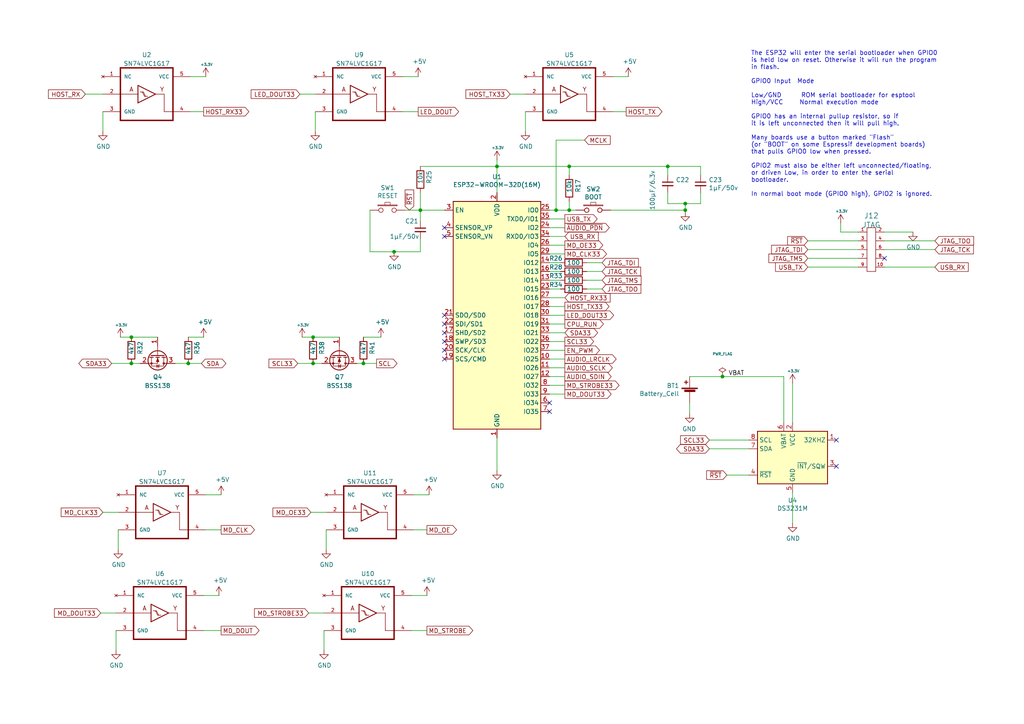
<source format=kicad_sch>
(kicad_sch (version 20211123) (generator eeschema)
  (paper "A4")
  (title_block (title "System22 CPU") (date "2022-09-28") (rev "1.0") (company "Woods Amusements"))
  (lib_symbols
    (symbol "Device:Battery_Cell" (pin_numbers hide) (pin_names (offset 0) hide)
      (property "Reference" "BT" (at 2.54 2.54 0))
      (property "Value" "Battery_Cell" (at 2.54 0 0))
      (symbol "Battery_Cell_0_1"
        (rectangle (start -2.286 1.778) (end 2.286 1.524) (fill (type outline)))
        (rectangle (start -1.5748 1.1938) (end 1.4732 0.6858) (fill (type outline)))
        (polyline (pts (xy 0 0.762) (xy 0 0)))
        (polyline (pts (xy 0 1.778) (xy 0 2.54)))
        (polyline (pts (xy 0.508 3.429) (xy 1.524 3.429)) (stroke (width 0.254)))
        (polyline (pts (xy 1.016 3.937) (xy 1.016 2.921)) (stroke (width 0.254)))
      )
      (symbol "Battery_Cell_1_1"
        (pin passive line (at 0 5.08 270) (length 2.54) (name "+") (number "1"))
        (pin passive line (at 0 -2.54 90) (length 2.54) (name "-") (number "2"))
      )
    )
    (symbol "Device:C_Small" (pin_numbers hide) (pin_names (offset 0.254) hide)
      (property "Reference" "C" (at 0.254 1.778 0))
      (property "Value" "C_Small" (at 0.254 -2.032 0))
      (symbol "C_Small_0_1"
        (polyline (pts (xy -1.524 -0.508) (xy 1.524 -0.508)) (stroke (width 0.3302)))
        (polyline (pts (xy -1.524 0.508) (xy 1.524 0.508)) (stroke (width 0.3048)))
      )
      (symbol "C_Small_1_1"
        (pin passive line (at 0 2.54 270) (length 2.032) (name "~") (number "1"))
        (pin passive line (at 0 -2.54 90) (length 2.032) (name "~") (number "2"))
      )
    )
    (symbol "Device:R" (pin_numbers hide) (pin_names (offset 0))
      (property "Reference" "R" (at 2.032 0 90))
      (property "Value" "R" (at 0 0 90))
      (symbol "R_0_1"
        (rectangle (start -1.016 -2.54) (end 1.016 2.54) (stroke (width 0.254)))
      )
      (symbol "R_1_1"
        (pin passive line (at 0 3.81 270) (length 1.27) (name "~") (number "1"))
        (pin passive line (at 0 -3.81 90) (length 1.27) (name "~") (number "2"))
      )
    )
    (symbol "RF_Module:ESP32-WROOM-32D"
      (property "Reference" "U" (at -12.7 34.29 0))
      (property "Value" "ESP32-WROOM-32D" (at 1.27 34.29 0))
      (symbol "ESP32-WROOM-32D_0_1"
        (rectangle (start -12.7 33.02) (end 12.7 -33.02) (stroke (width 0.254)) (fill (type background)))
      )
      (symbol "ESP32-WROOM-32D_1_1"
        (pin power_in line (at 0 -35.56 90) (length 2.54) (name "GND") (number "1"))
        (pin bidirectional line (at 15.24 -12.7 180) (length 2.54) (name "IO25") (number "10"))
        (pin bidirectional line (at 15.24 -15.24 180) (length 2.54) (name "IO26") (number "11"))
        (pin bidirectional line (at 15.24 -17.78 180) (length 2.54) (name "IO27") (number "12"))
        (pin bidirectional line (at 15.24 10.16 180) (length 2.54) (name "IO14") (number "13"))
        (pin bidirectional line (at 15.24 15.24 180) (length 2.54) (name "IO12") (number "14"))
        (pin passive line (at 0 -35.56 90) (length 2.54) hide (name "GND") (number "15"))
        (pin bidirectional line (at 15.24 12.7 180) (length 2.54) (name "IO13") (number "16"))
        (pin bidirectional line (at -15.24 -5.08 0) (length 2.54) (name "SHD/SD2") (number "17"))
        (pin bidirectional line (at -15.24 -7.62 0) (length 2.54) (name "SWP/SD3") (number "18"))
        (pin bidirectional line (at -15.24 -12.7 0) (length 2.54) (name "SCS/CMD") (number "19"))
        (pin power_in line (at 0 35.56 270) (length 2.54) (name "VDD") (number "2"))
        (pin bidirectional line (at -15.24 -10.16 0) (length 2.54) (name "SCK/CLK") (number "20"))
        (pin bidirectional line (at -15.24 0 0) (length 2.54) (name "SDO/SD0") (number "21"))
        (pin bidirectional line (at -15.24 -2.54 0) (length 2.54) (name "SDI/SD1") (number "22"))
        (pin bidirectional line (at 15.24 7.62 180) (length 2.54) (name "IO15") (number "23"))
        (pin bidirectional line (at 15.24 25.4 180) (length 2.54) (name "IO2") (number "24"))
        (pin bidirectional line (at 15.24 30.48 180) (length 2.54) (name "IO0") (number "25"))
        (pin bidirectional line (at 15.24 20.32 180) (length 2.54) (name "IO4") (number "26"))
        (pin bidirectional line (at 15.24 5.08 180) (length 2.54) (name "IO16") (number "27"))
        (pin bidirectional line (at 15.24 2.54 180) (length 2.54) (name "IO17") (number "28"))
        (pin bidirectional line (at 15.24 17.78 180) (length 2.54) (name "IO5") (number "29"))
        (pin input line (at -15.24 30.48 0) (length 2.54) (name "EN") (number "3"))
        (pin bidirectional line (at 15.24 0 180) (length 2.54) (name "IO18") (number "30"))
        (pin bidirectional line (at 15.24 -2.54 180) (length 2.54) (name "IO19") (number "31"))
        (pin no_connect line (at -12.7 -27.94 0) (length 2.54) hide (name "NC") (number "32"))
        (pin bidirectional line (at 15.24 -5.08 180) (length 2.54) (name "IO21") (number "33"))
        (pin bidirectional line (at 15.24 22.86 180) (length 2.54) (name "RXD0/IO3") (number "34"))
        (pin bidirectional line (at 15.24 27.94 180) (length 2.54) (name "TXD0/IO1") (number "35"))
        (pin bidirectional line (at 15.24 -7.62 180) (length 2.54) (name "IO22") (number "36"))
        (pin bidirectional line (at 15.24 -10.16 180) (length 2.54) (name "IO23") (number "37"))
        (pin passive line (at 0 -35.56 90) (length 2.54) hide (name "GND") (number "38"))
        (pin passive line (at 0 -35.56 90) (length 2.54) hide (name "GND") (number "39"))
        (pin input line (at -15.24 25.4 0) (length 2.54) (name "SENSOR_VP") (number "4"))
        (pin input line (at -15.24 22.86 0) (length 2.54) (name "SENSOR_VN") (number "5"))
        (pin input line (at 15.24 -25.4 180) (length 2.54) (name "IO34") (number "6"))
        (pin input line (at 15.24 -27.94 180) (length 2.54) (name "IO35") (number "7"))
        (pin bidirectional line (at 15.24 -20.32 180) (length 2.54) (name "IO32") (number "8"))
        (pin bidirectional line (at 15.24 -22.86 180) (length 2.54) (name "IO33") (number "9"))
      )
    )
    (symbol "SN74LVC1G17:SN74LVC1G17" (pin_names (offset 1.016))
      (property "Reference" "U" (at -6.35 8.9154 0))
      (property "Value" "SN74LVC1G17" (at -6.35 -10.8204 0))
      (symbol "SN74LVC1G17_0_0"
        (polyline (pts (xy -7.62 -7.62) (xy 7.62 -7.62)) (stroke (width 0.4064)))
        (polyline (pts (xy -7.62 0) (xy -7.62 -7.62)) (stroke (width 0.4064)))
        (polyline (pts (xy -7.62 7.62) (xy -7.62 0)) (stroke (width 0.4064)))
        (polyline (pts (xy -2.54 -2.54) (xy -2.54 0)) (stroke (width 0.254)))
        (polyline (pts (xy -2.54 0) (xy -7.62 0)) (stroke (width 0.1524)))
        (polyline (pts (xy -2.54 0) (xy -2.54 2.54)) (stroke (width 0.254)))
        (polyline (pts (xy -2.54 2.54) (xy 2.54 0)) (stroke (width 0.254)))
        (polyline (pts (xy -1.905 0.635) (xy -1.27 0.635)) (stroke (width 0.1524)))
        (polyline (pts (xy -1.27 0.635) (xy -0.9652 0.635)) (stroke (width 0.1524)))
        (polyline (pts (xy -1.27 0.635) (xy -0.635 -0.635)) (stroke (width 0.1524)))
        (polyline (pts (xy -0.9652 0.635) (xy -0.3302 -0.635)) (stroke (width 0.1524)))
        (polyline (pts (xy -0.635 -0.635) (xy -0.3302 -0.635)) (stroke (width 0.1524)))
        (polyline (pts (xy -0.3302 -0.635) (xy 0.3302 -0.635)) (stroke (width 0.1524)))
        (polyline (pts (xy 2.54 0) (xy -2.54 -2.54)) (stroke (width 0.254)))
        (polyline (pts (xy 2.54 0) (xy 5.08 0)) (stroke (width 0.1524)))
        (polyline (pts (xy 5.08 -5.08) (xy 7.62 -5.08)) (stroke (width 0.1524)))
        (polyline (pts (xy 5.08 0) (xy 5.08 -5.08)) (stroke (width 0.1524)))
        (polyline (pts (xy 7.62 -7.62) (xy 7.62 -5.08)) (stroke (width 0.4064)))
        (polyline (pts (xy 7.62 -5.08) (xy 7.62 7.62)) (stroke (width 0.4064)))
        (polyline (pts (xy 7.62 7.62) (xy -7.62 7.62)) (stroke (width 0.4064)))
        (text "A" (at -5.08 0.635 0) (effects (font (size 1.27 1.27)) (justify left bottom)))
        (text "Y" (at 3.81 0.635 0) (effects (font (size 1.27 1.27)) (justify left bottom)))
        (pin no_connect line (at -12.7 5.08 0) (length 5.08) (name "NC") (number "1"))
        (pin input line (at -12.7 0 0) (length 5.08) (name "~") (number "2"))
        (pin power_in line (at -12.7 -5.08 0) (length 5.08) (name "GND") (number "3"))
        (pin output line (at 12.7 -5.08 180) (length 5.08) (name "~") (number "4"))
        (pin power_in line (at 12.7 5.08 180) (length 5.08) (name "VCC") (number "5"))
      )
    )
    (symbol "Timer_RTC:DS3231MZ"
      (property "Reference" "U" (at -7.62 8.89 0))
      (property "Value" "DS3231MZ" (at 11.43 8.89 0))
      (symbol "DS3231MZ_0_1"
        (rectangle (start -10.16 7.62) (end 10.16 -7.62) (stroke (width 0.254)) (fill (type background)))
      )
      (symbol "DS3231MZ_1_1"
        (pin open_collector line (at 12.7 5.08 180) (length 2.54) (name "32KHZ") (number "1"))
        (pin power_in line (at 0 10.16 270) (length 2.54) (name "VCC") (number "2"))
        (pin open_collector line (at 12.7 -2.54 180) (length 2.54) (name "~{INT}/SQW") (number "3"))
        (pin bidirectional line (at -12.7 -5.08 0) (length 2.54) (name "~{RST}") (number "4"))
        (pin power_in line (at 0 -10.16 90) (length 2.54) (name "GND") (number "5"))
        (pin power_in line (at -2.54 10.16 270) (length 2.54) (name "VBAT") (number "6"))
        (pin bidirectional line (at -12.7 2.54 0) (length 2.54) (name "SDA") (number "7"))
        (pin input line (at -12.7 5.08 0) (length 2.54) (name "SCL") (number "8"))
      )
    )
    (symbol "Transistor_FET:BSS138" (pin_names hide)
      (property "Reference" "Q" (at 5.08 1.905 0))
      (property "Value" "BSS138" (at 5.08 0 0))
      (symbol "BSS138_0_1"
        (polyline (pts (xy 0.254 0) (xy -2.54 0)))
        (polyline (pts (xy 0.254 1.905) (xy 0.254 -1.905)) (stroke (width 0.254)))
        (polyline (pts (xy 0.762 -1.27) (xy 0.762 -2.286)) (stroke (width 0.254)))
        (polyline (pts (xy 0.762 0.508) (xy 0.762 -0.508)) (stroke (width 0.254)))
        (polyline (pts (xy 0.762 2.286) (xy 0.762 1.27)) (stroke (width 0.254)))
        (polyline (pts (xy 2.54 2.54) (xy 2.54 1.778)))
        (polyline (pts (xy 2.54 -2.54) (xy 2.54 0) (xy 0.762 0)))
        (polyline (pts (xy 0.762 -1.778) (xy 3.302 -1.778) (xy 3.302 1.778) (xy 0.762 1.778)))
        (polyline (pts (xy 1.016 0) (xy 2.032 0.381) (xy 2.032 -0.381) (xy 1.016 0)) (fill (type outline)))
        (polyline (pts (xy 2.794 0.508) (xy 2.921 0.381) (xy 3.683 0.381) (xy 3.81 0.254)))
        (polyline (pts (xy 3.302 0.381) (xy 2.921 -0.254) (xy 3.683 -0.254) (xy 3.302 0.381)))
        (circle (center 1.651 0) (radius 2.794) (stroke (width 0.254)))
        (circle (center 2.54 -1.778) (radius 0.254) (fill (type outline)))
        (circle (center 2.54 1.778) (radius 0.254) (fill (type outline)))
      )
      (symbol "BSS138_1_1"
        (pin input line (at -5.08 0 0) (length 2.54) (name "G") (number "1"))
        (pin passive line (at 2.54 -5.08 90) (length 2.54) (name "S") (number "2"))
        (pin passive line (at 2.54 5.08 270) (length 2.54) (name "D") (number "3"))
      )
    )
    (symbol "anna_elsa_cpu-rescue:GND-power" (power) (pin_names (offset 0))
      (property "Value" "GND-power" (at 0 -3.81 0))
      (symbol "GND-power_0_1"
        (polyline (pts (xy 0 0) (xy 0 -1.27) (xy 1.27 -1.27) (xy 0 -2.54) (xy -1.27 -1.27) (xy 0 -1.27)))
      )
      (symbol "GND-power_1_1"
        (pin power_in line (at 0 0 270) (length 0) hide (name "GND") (number "1"))
      )
    )
    (symbol "custom_symbols:SW_PUSH_BUTTON" (pin_numbers hide) (pin_names (offset 1.016) hide)
      (property "Reference" "SW" (at 3.81 2.794 0))
      (property "Value" "SW_PUSH_BUTTON" (at 0 -2.032 0))
      (symbol "SW_PUSH_BUTTON_0_1"
        (rectangle (start -2.794 1.524) (end 2.794 1.27))
        (polyline (pts (xy 0.762 1.524) (xy 0.762 2.286) (xy -0.762 2.286) (xy -0.762 1.524)) (stroke (width 0.127)))
        (pin passive inverted (at -5.08 0 0) (length 3.81) (name "1") (number "1"))
        (pin passive inverted (at 5.08 0 180) (length 3.81) (name "2") (number "2"))
      )
    )
    (symbol "power:+3.3V" (power) (pin_names (offset 0))
      (property "Value" "+3.3V" (at 0 3.556 0))
      (symbol "+3.3V_0_1"
        (polyline (pts (xy -0.762 1.27) (xy 0 2.54)))
        (polyline (pts (xy 0 0) (xy 0 2.54)))
        (polyline (pts (xy 0 2.54) (xy 0.762 1.27)))
      )
      (symbol "+3.3V_1_1"
        (pin power_in line (at 0 0 90) (length 0) hide (name "+3.3V") (number "1"))
      )
    )
    (symbol "power:+5V" (power) (pin_names (offset 0))
      (property "Value" "+5V" (at 0 3.556 0))
      (symbol "+5V_0_1"
        (polyline (pts (xy -0.762 1.27) (xy 0 2.54)))
        (polyline (pts (xy 0 0) (xy 0 2.54)))
        (polyline (pts (xy 0 2.54) (xy 0.762 1.27)))
      )
      (symbol "+5V_1_1"
        (pin power_in line (at 0 0 90) (length 0) hide (name "+5V") (number "1"))
      )
    )
    (symbol "power:GND" (power) (pin_names (offset 0))
      (property "Value" "GND" (at 0 -3.81 0))
      (symbol "GND_0_1"
        (polyline (pts (xy 0 0) (xy 0 -1.27) (xy 1.27 -1.27) (xy 0 -2.54) (xy -1.27 -1.27) (xy 0 -1.27)))
      )
      (symbol "GND_1_1"
        (pin power_in line (at 0 0 270) (length 0) hide (name "GND") (number "1"))
      )
    )
    (symbol "power:PWR_FLAG" (power) (pin_numbers hide) (pin_names (offset 0) hide)
      (property "Value" "PWR_FLAG" (at 0 3.81 0))
      (symbol "PWR_FLAG_0_0"
        (pin power_out line (at 0 0 90) (length 0) (name "pwr") (number "1"))
      )
      (symbol "PWR_FLAG_0_1"
        (polyline (pts (xy 0 0) (xy 0 1.27) (xy -1.016 1.905) (xy 0 2.54) (xy 1.016 1.905) (xy 0 1.27)))
      )
    )
    (symbol "w_connectors:HEADER_5x2" (pin_names (offset 0))
      (property "Reference" "J" (at 0 7.62 0))
      (property "Value" "HEADER_5x2" (at 0 -7.62 0))
      (symbol "HEADER_5x2_0_1"
        (rectangle (start 1.27 6.35) (end -1.27 -6.35))
      )
      (symbol "HEADER_5x2_1_1"
        (pin passive line (at -3.81 5.08 0) (length 2.54) (name "~") (number "1"))
        (pin passive line (at 3.81 -5.08 180) (length 2.54) (name "~") (number "10"))
        (pin passive line (at 3.81 5.08 180) (length 2.54) (name "~") (number "2"))
        (pin passive line (at -3.81 2.54 0) (length 2.54) (name "~") (number "3"))
        (pin passive line (at 3.81 2.54 180) (length 2.54) (name "~") (number "4"))
        (pin passive line (at -3.81 0 0) (length 2.54) (name "~") (number "5"))
        (pin passive line (at 3.81 0 180) (length 2.54) (name "~") (number "6"))
        (pin passive line (at -3.81 -2.54 0) (length 2.54) (name "~") (number "7"))
        (pin passive line (at 3.81 -2.54 180) (length 2.54) (name "~") (number "8"))
        (pin passive line (at -3.81 -5.08 0) (length 2.54) (name "~") (number "9"))
      )
    )
  )
  (junction (at 193.675 48.26))
  (junction (at 90.805 97.79))
  (junction (at 38.1 97.79))
  (junction (at 90.805 105.41))
  (junction (at 114.3 73.025))
  (junction (at 161.29 60.96))
  (junction (at 165.1 60.96))
  (junction (at 54.61 105.41))
  (junction (at 38.1 105.41))
  (junction (at 121.92 60.96))
  (junction (at 105.41 105.41))
  (junction (at 198.755 59.055))
  (junction (at 198.755 60.96))
  (junction (at 209.55 109.22))
  (junction (at 144.145 48.26))
  (junction (at 165.1 48.26))
  (no_connect (at 256.54 74.93))
  (no_connect (at 242.57 127.635))
  (no_connect (at 128.905 93.98))
  (no_connect (at 128.905 104.14))
  (no_connect (at 242.57 135.255))
  (no_connect (at 128.905 66.04))
  (no_connect (at 128.905 96.52))
  (no_connect (at 128.905 101.6))
  (no_connect (at 128.905 68.58))
  (no_connect (at 159.385 116.84))
  (no_connect (at 128.905 99.06))
  (no_connect (at 159.385 119.38))
  (no_connect (at 128.905 91.44))
  (wire (pts (xy 144.145 55.88) (xy 144.145 48.26)))
  (wire (pts (xy 271.145 69.85) (xy 256.54 69.85)))
  (wire (pts (xy 33.655 182.88) (xy 33.655 188.595)))
  (wire (pts (xy 193.675 50.8) (xy 193.675 48.26)))
  (wire (pts (xy 121.92 64.135) (xy 121.92 60.96)))
  (wire (pts (xy 243.84 67.31) (xy 248.92 67.31)))
  (wire (pts (xy 193.675 55.88) (xy 193.675 59.055)))
  (wire (pts (xy 159.385 114.3) (xy 163.83 114.3)))
  (wire (pts (xy 105.41 105.41) (xy 109.22 105.41)))
  (wire (pts (xy 116.84 32.385) (xy 121.285 32.385)))
  (wire (pts (xy 34.925 97.79) (xy 38.1 97.79)))
  (wire (pts (xy 121.92 48.26) (xy 144.145 48.26)))
  (wire (pts (xy 170.18 76.2) (xy 174.625 76.2)))
  (wire (pts (xy 193.675 48.26) (xy 203.2 48.26)))
  (wire (pts (xy 205.74 130.175) (xy 217.17 130.175)))
  (wire (pts (xy 159.385 60.96) (xy 161.29 60.96)))
  (wire (pts (xy 91.44 32.385) (xy 91.44 38.1)))
  (wire (pts (xy 55.245 22.225) (xy 59.69 22.225)))
  (wire (pts (xy 170.18 78.74) (xy 174.625 78.74)))
  (wire (pts (xy 205.74 127.635) (xy 217.17 127.635)))
  (wire (pts (xy 159.385 73.66) (xy 163.83 73.66)))
  (wire (pts (xy 227.33 109.22) (xy 209.55 109.22)))
  (wire (pts (xy 59.69 143.51) (xy 64.135 143.51)))
  (wire (pts (xy 209.55 109.22) (xy 200.025 109.22)))
  (wire (pts (xy 198.755 61.595) (xy 198.755 60.96)))
  (wire (pts (xy 90.805 105.41) (xy 93.345 105.41)))
  (wire (pts (xy 121.92 69.215) (xy 121.92 73.025)))
  (wire (pts (xy 144.145 48.26) (xy 165.1 48.26)))
  (wire (pts (xy 163.83 109.22) (xy 159.385 109.22)))
  (wire (pts (xy 161.29 40.64) (xy 169.545 40.64)))
  (wire (pts (xy 54.61 97.79) (xy 59.055 97.79)))
  (wire (pts (xy 234.315 69.85) (xy 248.92 69.85)))
  (wire (pts (xy 94.615 153.67) (xy 94.615 159.385)))
  (wire (pts (xy 159.385 99.06) (xy 163.83 99.06)))
  (wire (pts (xy 159.385 86.36) (xy 163.83 86.36)))
  (wire (pts (xy 86.36 105.41) (xy 90.805 105.41)))
  (wire (pts (xy 170.18 83.82) (xy 174.625 83.82)))
  (wire (pts (xy 59.055 182.88) (xy 64.135 182.88)))
  (wire (pts (xy 144.145 127) (xy 144.145 136.525)))
  (wire (pts (xy 159.385 68.58) (xy 163.83 68.58)))
  (wire (pts (xy 163.83 71.12) (xy 159.385 71.12)))
  (wire (pts (xy 120.015 153.67) (xy 123.825 153.67)))
  (wire (pts (xy 38.1 97.79) (xy 45.72 97.79)))
  (wire (pts (xy 271.145 72.39) (xy 256.54 72.39)))
  (wire (pts (xy 144.145 48.26) (xy 144.145 46.355)))
  (wire (pts (xy 159.385 96.52) (xy 163.83 96.52)))
  (wire (pts (xy 161.29 60.96) (xy 165.1 60.96)))
  (wire (pts (xy 198.755 59.055) (xy 203.2 59.055)))
  (wire (pts (xy 34.29 153.67) (xy 34.29 159.385)))
  (wire (pts (xy 93.98 182.88) (xy 93.98 188.595)))
  (wire (pts (xy 248.92 77.47) (xy 234.315 77.47)))
  (wire (pts (xy 177.8 22.225) (xy 182.245 22.225)))
  (wire (pts (xy 103.505 105.41) (xy 105.41 105.41)))
  (wire (pts (xy 87.63 97.79) (xy 90.805 97.79)))
  (wire (pts (xy 198.755 60.96) (xy 198.755 59.055)))
  (wire (pts (xy 90.805 97.79) (xy 98.425 97.79)))
  (wire (pts (xy 159.385 104.14) (xy 163.83 104.14)))
  (wire (pts (xy 234.315 72.39) (xy 248.92 72.39)))
  (wire (pts (xy 165.1 48.26) (xy 193.675 48.26)))
  (wire (pts (xy 117.475 60.96) (xy 121.92 60.96)))
  (wire (pts (xy 200.025 116.84) (xy 200.025 120.015)))
  (wire (pts (xy 90.17 148.59) (xy 94.615 148.59)))
  (wire (pts (xy 121.92 60.96) (xy 128.905 60.96)))
  (wire (pts (xy 229.87 111.125) (xy 229.87 122.555)))
  (wire (pts (xy 165.1 58.42) (xy 165.1 60.96)))
  (wire (pts (xy 54.61 105.41) (xy 58.42 105.41)))
  (wire (pts (xy 170.18 81.28) (xy 174.625 81.28)))
  (wire (pts (xy 210.82 137.795) (xy 217.17 137.795)))
  (wire (pts (xy 229.87 142.875) (xy 229.87 151.765)))
  (wire (pts (xy 165.1 60.96) (xy 167.005 60.96)))
  (wire (pts (xy 193.675 59.055) (xy 198.755 59.055)))
  (wire (pts (xy 177.8 32.385) (xy 181.61 32.385)))
  (wire (pts (xy 29.21 177.8) (xy 33.655 177.8)))
  (wire (pts (xy 114.3 73.025) (xy 121.92 73.025)))
  (wire (pts (xy 159.385 78.74) (xy 162.56 78.74)))
  (wire (pts (xy 159.385 66.04) (xy 163.83 66.04)))
  (wire (pts (xy 29.845 32.385) (xy 29.845 38.1)))
  (wire (pts (xy 86.995 27.305) (xy 91.44 27.305)))
  (wire (pts (xy 50.8 105.41) (xy 54.61 105.41)))
  (wire (pts (xy 159.385 106.68) (xy 163.83 106.68)))
  (wire (pts (xy 147.955 27.305) (xy 152.4 27.305)))
  (wire (pts (xy 159.385 91.44) (xy 163.83 91.44)))
  (wire (pts (xy 159.385 93.98) (xy 163.83 93.98)))
  (wire (pts (xy 120.015 143.51) (xy 124.46 143.51)))
  (wire (pts (xy 159.385 83.82) (xy 162.56 83.82)))
  (wire (pts (xy 107.315 60.96) (xy 107.315 73.025)))
  (wire (pts (xy 24.765 27.305) (xy 29.845 27.305)))
  (wire (pts (xy 165.1 48.26) (xy 165.1 50.8)))
  (wire (pts (xy 159.385 88.9) (xy 163.83 88.9)))
  (wire (pts (xy 227.33 109.22) (xy 227.33 122.555)))
  (wire (pts (xy 159.385 76.2) (xy 162.56 76.2)))
  (wire (pts (xy 29.845 148.59) (xy 34.29 148.59)))
  (wire (pts (xy 161.29 60.96) (xy 161.29 40.64)))
  (wire (pts (xy 105.41 97.79) (xy 110.49 97.79)))
  (wire (pts (xy 159.385 111.76) (xy 163.83 111.76)))
  (wire (pts (xy 177.165 60.96) (xy 198.755 60.96)))
  (wire (pts (xy 89.535 177.8) (xy 93.98 177.8)))
  (wire (pts (xy 234.315 74.93) (xy 248.92 74.93)))
  (wire (pts (xy 119.38 182.88) (xy 123.825 182.88)))
  (wire (pts (xy 59.055 172.72) (xy 63.5 172.72)))
  (wire (pts (xy 116.84 22.225) (xy 121.285 22.225)))
  (wire (pts (xy 203.2 59.055) (xy 203.2 55.88)))
  (wire (pts (xy 256.54 67.31) (xy 264.795 67.31)))
  (wire (pts (xy 203.2 50.8) (xy 203.2 48.26)))
  (wire (pts (xy 159.385 81.28) (xy 162.56 81.28)))
  (wire (pts (xy 152.4 32.385) (xy 152.4 38.1)))
  (wire (pts (xy 256.54 77.47) (xy 271.145 77.47)))
  (wire (pts (xy 159.385 63.5) (xy 163.83 63.5)))
  (wire (pts (xy 55.245 32.385) (xy 59.055 32.385)))
  (wire (pts (xy 243.84 67.31) (xy 243.84 64.77)))
  (wire (pts (xy 59.69 153.67) (xy 64.135 153.67)))
  (wire (pts (xy 32.385 105.41) (xy 38.1 105.41)))
  (wire (pts (xy 159.385 101.6) (xy 163.83 101.6)))
  (wire (pts (xy 119.38 172.72) (xy 123.825 172.72)))
  (wire (pts (xy 121.92 55.88) (xy 121.92 60.96)))
  (wire (pts (xy 107.315 73.025) (xy 114.3 73.025)))
  (wire (pts (xy 38.1 105.41) (xy 40.64 105.41)))
  (text "The ESP32 will enter the serial bootloader when GPIO0 \nis held low on reset. Otherwise it will run the program \nin flash.\n\nGPIO0 Input  Mode\n\nLow/GND      ROM serial bootloader for esptool\nHigh/VCC     Normal execution mode\n\nGPIO0 has an internal pullup resistor, so if \nit is left unconnected then it will pull high.\n\nMany boards use a button marked \"Flash\" \n(or \"BOOT\" on some Espressif development boards) \nthat pulls GPIO0 low when pressed.\n\nGPIO2 must also be either left unconnected/floating, \nor driven Low, in order to enter the serial \nbootloader.\n\nIn normal boot mode (GPIO0 high), GPIO2 is ignored." (at 217.805 57.15 0) (effects (font (size 1.27 1.27)) (justify left bottom)))
  (label "VBAT" (at 215.9 109.22 180))
  (global_label "~{RST}" (shape input) (at 234.315 69.85 180) (property "Intersheet References" "${INTERSHEET_REFS}" (effects hide)))
  (global_label "HOST_RX" (shape input) (at 24.765 27.305 180) (property "Intersheet References" "${INTERSHEET_REFS}" (effects hide)))
  (global_label "HOST_TX33" (shape input) (at 147.955 27.305 180) (property "Intersheet References" "${INTERSHEET_REFS}" (effects hide)))
  (global_label "JTAG_TCK" (shape input) (at 174.625 78.74 0) (property "Intersheet References" "${INTERSHEET_REFS}" (effects hide)))
  (global_label "HOST_RX33" (shape input) (at 163.83 86.36 0) (property "Intersheet References" "${INTERSHEET_REFS}" (effects hide)))
  (global_label "~{RST}" (shape input) (at 118.745 60.96 90) (property "Intersheet References" "${INTERSHEET_REFS}" (effects hide)))
  (global_label "JTAG_TMS" (shape input) (at 234.315 74.93 180) (property "Intersheet References" "${INTERSHEET_REFS}" (effects hide)))
  (global_label "MD_DOUT33" (shape output) (at 163.83 114.3 0) (property "Intersheet References" "${INTERSHEET_REFS}" (effects hide)))
  (global_label "USB_RX" (shape input) (at 163.83 68.58 0) (property "Intersheet References" "${INTERSHEET_REFS}" (effects hide)))
  (global_label "AUDIO_SDIN" (shape output) (at 163.83 109.22 0) (property "Intersheet References" "${INTERSHEET_REFS}" (effects hide)))
  (global_label "USB_RX" (shape input) (at 271.145 77.47 0) (property "Intersheet References" "${INTERSHEET_REFS}" (effects hide)))
  (global_label "MD_OE33" (shape output) (at 163.83 71.12 0) (property "Intersheet References" "${INTERSHEET_REFS}" (effects hide)))
  (global_label "JTAG_TDO" (shape input) (at 174.625 83.82 0) (property "Intersheet References" "${INTERSHEET_REFS}" (effects hide)))
  (global_label "MD_STROBE" (shape output) (at 123.825 182.88 0) (property "Intersheet References" "${INTERSHEET_REFS}" (effects hide)))
  (global_label "CPU_RUN" (shape output) (at 163.83 93.98 0) (property "Intersheet References" "${INTERSHEET_REFS}" (effects hide)))
  (global_label "MD_OE" (shape output) (at 123.825 153.67 0) (property "Intersheet References" "${INTERSHEET_REFS}" (effects hide)))
  (global_label "LED_DOUT" (shape output) (at 121.285 32.385 0) (property "Intersheet References" "${INTERSHEET_REFS}" (effects hide)))
  (global_label "LED_DOUT33" (shape input) (at 86.995 27.305 180) (property "Intersheet References" "${INTERSHEET_REFS}" (effects hide)))
  (global_label "MD_OE33" (shape input) (at 90.17 148.59 180) (property "Intersheet References" "${INTERSHEET_REFS}" (effects hide)))
  (global_label "HOST_RX33" (shape output) (at 59.055 32.385 0) (property "Intersheet References" "${INTERSHEET_REFS}" (effects hide)))
  (global_label "SDA33" (shape bidirectional) (at 205.74 130.175 180) (property "Intersheet References" "${INTERSHEET_REFS}" (effects hide)))
  (global_label "MCLK" (shape input) (at 169.545 40.64 0) (property "Intersheet References" "${INTERSHEET_REFS}" (effects hide)))
  (global_label "MD_CLK33" (shape output) (at 163.83 73.66 0) (property "Intersheet References" "${INTERSHEET_REFS}" (effects hide)))
  (global_label "~{AUDIO_PDN}" (shape output) (at 163.83 66.04 0) (property "Intersheet References" "${INTERSHEET_REFS}" (effects hide)))
  (global_label "HOST_TX" (shape output) (at 181.61 32.385 0) (property "Intersheet References" "${INTERSHEET_REFS}" (effects hide)))
  (global_label "EN_PWM" (shape output) (at 163.83 101.6 0) (property "Intersheet References" "${INTERSHEET_REFS}" (effects hide)))
  (global_label "MD_STROBE33" (shape output) (at 163.83 111.76 0) (property "Intersheet References" "${INTERSHEET_REFS}" (effects hide)))
  (global_label "SCL33" (shape output) (at 163.83 99.06 0) (property "Intersheet References" "${INTERSHEET_REFS}" (effects hide)))
  (global_label "JTAG_TDI" (shape input) (at 234.315 72.39 180) (property "Intersheet References" "${INTERSHEET_REFS}" (effects hide)))
  (global_label "SDA" (shape bidirectional) (at 58.42 105.41 0) (property "Intersheet References" "${INTERSHEET_REFS}" (effects hide)))
  (global_label "SCL" (shape output) (at 109.22 105.41 0) (property "Intersheet References" "${INTERSHEET_REFS}" (effects hide)))
  (global_label "USB_TX" (shape output) (at 163.83 63.5 0) (property "Intersheet References" "${INTERSHEET_REFS}" (effects hide)))
  (global_label "SCL33" (shape input) (at 205.74 127.635 180) (property "Intersheet References" "${INTERSHEET_REFS}" (effects hide)))
  (global_label "AUDIO_SCLK" (shape output) (at 163.83 106.68 0) (property "Intersheet References" "${INTERSHEET_REFS}" (effects hide)))
  (global_label "LED_DOUT33" (shape output) (at 163.83 91.44 0) (property "Intersheet References" "${INTERSHEET_REFS}" (effects hide)))
  (global_label "~{RST}" (shape input) (at 210.82 137.795 180) (property "Intersheet References" "${INTERSHEET_REFS}" (effects hide)))
  (global_label "JTAG_TCK" (shape input) (at 271.145 72.39 0) (property "Intersheet References" "${INTERSHEET_REFS}" (effects hide)))
  (global_label "SCL33" (shape input) (at 86.36 105.41 180) (property "Intersheet References" "${INTERSHEET_REFS}" (effects hide)))
  (global_label "MD_CLK33" (shape input) (at 29.845 148.59 180) (property "Intersheet References" "${INTERSHEET_REFS}" (effects hide)))
  (global_label "JTAG_TMS" (shape input) (at 174.625 81.28 0) (property "Intersheet References" "${INTERSHEET_REFS}" (effects hide)))
  (global_label "USB_TX" (shape input) (at 234.315 77.47 180) (property "Intersheet References" "${INTERSHEET_REFS}" (effects hide)))
  (global_label "HOST_TX33" (shape output) (at 163.83 88.9 0) (property "Intersheet References" "${INTERSHEET_REFS}" (effects hide)))
  (global_label "MD_DOUT33" (shape input) (at 29.21 177.8 180) (property "Intersheet References" "${INTERSHEET_REFS}" (effects hide)))
  (global_label "AUDIO_LRCLK" (shape output) (at 163.83 104.14 0) (property "Intersheet References" "${INTERSHEET_REFS}" (effects hide)))
  (global_label "SDA33" (shape bidirectional) (at 163.83 96.52 0) (property "Intersheet References" "${INTERSHEET_REFS}" (effects hide)))
  (global_label "JTAG_TDO" (shape input) (at 271.145 69.85 0) (property "Intersheet References" "${INTERSHEET_REFS}" (effects hide)))
  (global_label "MD_CLK" (shape output) (at 64.135 153.67 0) (property "Intersheet References" "${INTERSHEET_REFS}" (effects hide)))
  (global_label "MD_DOUT" (shape output) (at 64.135 182.88 0) (property "Intersheet References" "${INTERSHEET_REFS}" (effects hide)))
  (global_label "JTAG_TDI" (shape input) (at 174.625 76.2 0) (property "Intersheet References" "${INTERSHEET_REFS}" (effects hide)))
  (global_label "MD_STROBE33" (shape input) (at 89.535 177.8 180) (property "Intersheet References" "${INTERSHEET_REFS}" (effects hide)))
  (global_label "SDA33" (shape bidirectional) (at 32.385 105.41 180) (property "Intersheet References" "${INTERSHEET_REFS}" (effects hide)))
  (symbol (lib_id "RF_Module:ESP32-WROOM-32D") (at 144.145 91.44 0) (unit 1)
    (property "Reference" "U1" (at 144.145 51.2826 0))
    (property "Value" "ESP32-WROOM-32D(16M)" (at 144.145 53.594 0))
    (property "Footprint" "RF_Module:ESP32-WROOM-32" (effects hide))
    (property "Datasheet" "https://www.espressif.com/sites/default/files/documentation/esp32-wroom-32d_esp32-wroom-32u_datasheet_en.pdf" (effects hide))
    (property "LCSC" "C529578" (effects hide))
    (property "JLC" "SMD38,18x25.5x3.1" (effects hide))
    (property "MPN" "ESP32-WROOM-32D(16MB)" (effects hide))
    (property "Manufacturer" "Espressif Systems" (effects hide))
  )
  (symbol (lib_id "power:+3.3V") (at 144.145 46.355 0) (unit 1)
    (property "Reference" "#PWR0118" (effects hide))
    (property "Value" "+3.3V" (at 144.3736 42.8498 0) (effects (font (size 0.762 0.762))))
  )
  (symbol (lib_id "power:+3.3V") (at 243.84 64.77 0) (unit 1)
    (property "Reference" "#PWR0119" (effects hide))
    (property "Value" "+3.3V" (at 244.0686 61.2648 0) (effects (font (size 0.762 0.762))))
  )
  (symbol (lib_id "custom_symbols:SW_PUSH_BUTTON") (at 112.395 60.96 0) (unit 1)
    (property "Reference" "SW1" (at 112.395 54.483 0))
    (property "Value" "RESET" (at 112.395 56.7944 0))
    (property "Footprint" "Button_Switch_SMD:SW_SPST_Omron_B3FS-100xP" (effects hide))
    (property "JLC" "6x3.1mm" (effects hide))
    (property "LCSC" "C87038" (effects hide))
    (property "MPN" "B3FS-1002P" (effects hide))
  )
  (symbol (lib_id "w_connectors:HEADER_5x2") (at 252.73 72.39 0) (unit 1)
    (property "Reference" "J12" (at 252.73 62.5602 0) (effects (font (size 1.524 1.524))))
    (property "Value" "JTAG" (at 252.73 65.2526 0) (effects (font (size 1.524 1.524))))
    (property "Footprint" "Connector_IDC:IDC-Header_2x05_P2.54mm_Vertical" (effects hide))
    (property "Description" "2.54mm Straight 5 Push - Pull 2.54mm 2 Plugin,P=2.54mm IDC Connectors ROHS" (effects hide))
    (property "Manufacturer" "BOOMELE(Boom Precision Elec)" (effects hide))
  )
  (symbol (lib_id "Device:C_Small") (at 203.2 53.34 0) (unit 1)
    (property "Reference" "C23" (at 205.5368 52.1716 0) (effects (justify left)))
    (property "Value" "1µF/50v" (at 205.5368 54.483 0) (effects (justify left)))
    (property "Footprint" "Capacitor_SMD:C_0805_2012Metric" (effects hide))
    (property "LCSC" "C28323" (effects hide))
    (property "JLC" "0805" (effects hide))
    (property "Description" "50V 1uF X7R ±10% 0805 Multilayer Ceramic Capacitors MLCC - SMD/SMT ROHS" (effects hide))
    (property "MPN" "CL21B105KBFNNNE" (effects hide))
    (property "Manufacturer" "Samsung Electro-Mechanics" (effects hide))
  )
  (symbol (lib_id "Device:C_Small") (at 193.675 53.34 0) (unit 1)
    (property "Reference" "C22" (at 196.0118 52.1716 0) (effects (justify left)))
    (property "Value" "100µF/6.3v" (at 189.23 60.96 90) (effects (justify left)))
    (property "Footprint" "Capacitor_SMD:C_1206_3216Metric" (effects hide))
    (property "LCSC" "C15008" (effects hide))
    (property "JLC" "1206" (effects hide))
    (property "Description" "6.3V 100uF X5R ±20% 1206 Multilayer Ceramic Capacitors MLCC - SMD/SMT ROHS" (effects hide))
    (property "MPN" "CL31A107MQHNNNE" (effects hide))
    (property "Manufacturer" "Samsung Electro-Mechanics" (effects hide))
  )
  (symbol (lib_id "Device:R") (at 121.92 52.07 0) (unit 1)
    (property "Reference" "R25" (at 124.46 53.34 90) (effects (justify left)))
    (property "Value" "10k" (at 121.92 53.34 90) (effects (justify left)))
    (property "Footprint" "Resistor_SMD:R_0603_1608Metric" (effects hide))
    (property "LCSC" "C25804" (effects hide))
    (property "JLC" "0603" (effects hide))
    (property "Description" "100mW Thick Film Resistors 75V ±100ppm/℃ ±1% -55℃~+155℃ 10kΩ 0603 Chip Resistor - Surface Mount ROHS" (effects hide))
    (property "MPN" "0603WAF1002T5E" (effects hide))
    (property "Manufacturer" "UNI-ROYAL(Uniroyal Elec)" (effects hide))
  )
  (symbol (lib_id "Device:C_Small") (at 121.92 66.675 0) (unit 1)
    (property "Reference" "C21" (at 117.475 64.135 0) (effects (justify left)))
    (property "Value" "1µF/50v" (at 113.03 68.58 0) (effects (justify left)))
    (property "Footprint" "Capacitor_SMD:C_0805_2012Metric" (effects hide))
    (property "LCSC" "C28323" (effects hide))
    (property "JLC" "0805" (effects hide))
    (property "Description" "50V 1uF X7R ±10% 0805 Multilayer Ceramic Capacitors MLCC - SMD/SMT ROHS" (effects hide))
    (property "MPN" "CL21B105KBFNNNE" (effects hide))
    (property "Manufacturer" "Samsung Electro-Mechanics" (effects hide))
  )
  (symbol (lib_id "power:GND") (at 144.145 136.525 0) (unit 1)
    (property "Reference" "#PWR0102" (effects hide))
    (property "Value" "GND" (at 144.272 140.9192 0))
  )
  (symbol (lib_id "power:GND") (at 114.3 73.025 0) (unit 1)
    (property "Reference" "#PWR0103" (effects hide))
    (property "Value" "GND" (at 114.427 77.4192 0))
  )
  (symbol (lib_id "power:GND") (at 264.795 67.31 0) (unit 1)
    (property "Reference" "#PWR0120" (effects hide))
    (property "Value" "GND" (at 264.922 71.7042 0))
  )
  (symbol (lib_id "power:GND") (at 198.755 61.595 0) (unit 1)
    (property "Reference" "#PWR0146" (effects hide))
    (property "Value" "GND" (at 198.882 65.9892 0))
  )
  (symbol (lib_id "power:+5V") (at 182.245 22.225 0) (unit 1)
    (property "Reference" "#PWR0131" (effects hide))
    (property "Value" "+5V" (at 182.626 17.8308 0))
  )
  (symbol (lib_id "power:+5V") (at 63.5 172.72 0) (unit 1)
    (property "Reference" "#PWR0142" (effects hide))
    (property "Value" "+5V" (at 63.881 168.3258 0))
  )
  (symbol (lib_id "power:PWR_FLAG") (at 209.55 109.22 0) (mirror y) (unit 1)
    (property "Reference" "#FLG0101" (effects hide))
    (property "Value" "PWR_FLAG" (at 209.55 102.6668 0) (effects (font (size 0.762 0.762))))
  )
  (symbol (lib_id "Device:R") (at 166.37 78.74 90) (unit 1)
    (property "Reference" "R28" (at 163.195 77.47 90) (effects (justify left)))
    (property "Value" "100" (at 168.275 78.74 90) (effects (justify left)))
    (property "Footprint" "Resistor_SMD:R_0603_1608Metric" (effects hide))
    (property "LCSC" "C22775" (effects hide))
    (property "JLC" "0603" (effects hide))
    (property "Description" "100mW Thick Film Resistors 75V ±1% ±200ppm/℃ -55℃~+155℃ 100Ω 0603 Chip Resistor - Surface Mount ROHS" (effects hide))
    (property "MPN" "0603WAF1000T5E" (effects hide))
  )
  (symbol (lib_id "power:+3.3V") (at 34.925 97.79 0) (unit 1)
    (property "Reference" "#PWR0145" (effects hide))
    (property "Value" "+3.3V" (at 35.1536 94.2848 0) (effects (font (size 0.762 0.762))))
  )
  (symbol (lib_id "power:GND") (at 33.655 188.595 0) (unit 1)
    (property "Reference" "#PWR0144" (effects hide))
    (property "Value" "GND" (at 33.782 192.9892 0))
  )
  (symbol (lib_id "anna_elsa_cpu-rescue:GND-power") (at 229.87 151.765 0) (unit 1)
    (property "Reference" "#PWR0112" (effects hide))
    (property "Value" "GND-power" (at 229.997 156.1592 0))
  )
  (symbol (lib_id "SN74LVC1G17:SN74LVC1G17") (at 165.1 27.305 0) (unit 1)
    (property "Reference" "U5" (at 165.1 15.909 0))
    (property "Value" "SN74LVC1G17" (at 165.1 18.4459 0))
    (property "Footprint" "Package_TO_SOT_SMD:SOT-353_SC-70-5" (effects hide))
    (property "LCSC" "C10425" (effects hide))
    (property "JLC" "C10425" (effects hide))
    (property "Manufacturer" "Texas Instruments" (effects hide))
  )
  (symbol (lib_id "power:GND") (at 91.44 38.1 0) (unit 1)
    (property "Reference" "#PWR0151" (effects hide))
    (property "Value" "GND" (at 91.567 42.4942 0))
  )
  (symbol (lib_id "Transistor_FET:BSS138") (at 45.72 102.87 270) (unit 1)
    (property "Reference" "Q4" (at 45.72 109.3454 90))
    (property "Value" "BSS138" (at 45.72 111.8823 90))
    (property "Footprint" "Package_TO_SOT_SMD:SOT-23" (effects hide))
    (property "Datasheet" "https://www.onsemi.com/pub/Collateral/BSS138-D.PDF" (effects hide))
    (property "LCSC" "C890265" (effects hide))
    (property "JLC" "SOT-23-3" (effects hide))
    (property "Description" "SOT-23-3 MOSFETs ROHS" (effects hide))
    (property "MPN" "BSS138L" (effects hide))
    (property "Manufacturer" "onsemi" (effects hide))
  )
  (symbol (lib_id "SN74LVC1G17:SN74LVC1G17") (at 107.315 148.59 0) (unit 1)
    (property "Reference" "U11" (at 107.315 137.194 0))
    (property "Value" "SN74LVC1G17" (at 107.315 139.7309 0))
    (property "Footprint" "Package_TO_SOT_SMD:SOT-353_SC-70-5" (effects hide))
    (property "LCSC" "C10425" (effects hide))
    (property "JLC" "C10425" (effects hide))
    (property "Manufacturer" "Texas Instruments" (effects hide))
  )
  (symbol (lib_id "power:GND") (at 34.29 159.385 0) (unit 1)
    (property "Reference" "#PWR0150" (effects hide))
    (property "Value" "GND" (at 34.417 163.7792 0))
  )
  (symbol (lib_id "power:+3.3V") (at 59.69 22.225 0) (unit 1)
    (property "Reference" "#PWR0130" (effects hide))
    (property "Value" "+3.3V" (at 59.9186 18.7198 0) (effects (font (size 0.762 0.762))))
  )
  (symbol (lib_id "power:+5V") (at 110.49 97.79 0) (unit 1)
    (property "Reference" "#PWR0138" (effects hide))
    (property "Value" "+5V" (at 110.871 93.3958 0))
  )
  (symbol (lib_id "SN74LVC1G17:SN74LVC1G17") (at 104.14 27.305 0) (unit 1)
    (property "Reference" "U9" (at 104.14 15.909 0))
    (property "Value" "SN74LVC1G17" (at 104.14 18.4459 0))
    (property "Footprint" "Package_TO_SOT_SMD:SOT-353_SC-70-5" (effects hide))
    (property "LCSC" "C10425" (effects hide))
    (property "JLC" "C10425" (effects hide))
    (property "MPN" "SN74LVC1G17QDBVRQ" (effects hide))
    (property "Manufacturer" "Texas Instruments" (effects hide))
  )
  (symbol (lib_id "power:+5V") (at 121.285 22.225 0) (unit 1)
    (property "Reference" "#PWR0152" (effects hide))
    (property "Value" "+5V" (at 121.666 17.8308 0))
  )
  (symbol (lib_id "SN74LVC1G17:SN74LVC1G17") (at 46.99 148.59 0) (unit 1)
    (property "Reference" "U7" (at 46.99 137.194 0))
    (property "Value" "SN74LVC1G17" (at 46.99 139.7309 0))
    (property "Footprint" "Package_TO_SOT_SMD:SOT-353_SC-70-5" (effects hide))
    (property "LCSC" "C10425" (effects hide))
    (property "JLC" "C10425" (effects hide))
    (property "MPN" "SN74LVC1G17QDBVRQ1" (effects hide))
    (property "Manufacturer" "Texas Instruments" (effects hide))
  )
  (symbol (lib_id "SN74LVC1G17:SN74LVC1G17") (at 46.355 177.8 0) (unit 1)
    (property "Reference" "U6" (at 46.355 166.404 0))
    (property "Value" "SN74LVC1G17" (at 46.355 168.9409 0))
    (property "Footprint" "Package_TO_SOT_SMD:SOT-353_SC-70-5" (effects hide))
    (property "LCSC" "C10425" (effects hide))
    (property "JLC" "C10425" (effects hide))
    (property "Manufacturer" "Texas Instruments" (effects hide))
  )
  (symbol (lib_id "Device:R") (at 166.37 81.28 90) (unit 1)
    (property "Reference" "R33" (at 163.195 80.01 90) (effects (justify left)))
    (property "Value" "100" (at 168.275 81.28 90) (effects (justify left)))
    (property "Footprint" "Resistor_SMD:R_0603_1608Metric" (effects hide))
    (property "LCSC" "C22775" (effects hide))
    (property "JLC" "0603" (effects hide))
    (property "Description" "100mW Thick Film Resistors 75V ±1% ±200ppm/℃ -55℃~+155℃ 100Ω 0603 Chip Resistor - Surface Mount ROHS" (effects hide))
    (property "MPN" "0603WAF1000T5E" (effects hide))
  )
  (symbol (lib_id "SN74LVC1G17:SN74LVC1G17") (at 106.68 177.8 0) (unit 1)
    (property "Reference" "U10" (at 106.68 166.404 0))
    (property "Value" "SN74LVC1G17" (at 106.68 168.9409 0))
    (property "Footprint" "Package_TO_SOT_SMD:SOT-353_SC-70-5" (effects hide))
    (property "LCSC" "C10425" (effects hide))
    (property "JLC" "C10425" (effects hide))
    (property "Manufacturer" "Texas Instruments" (effects hide))
  )
  (symbol (lib_id "Transistor_FET:BSS138") (at 98.425 102.87 270) (unit 1)
    (property "Reference" "Q7" (at 98.425 109.3454 90))
    (property "Value" "BSS138" (at 98.425 111.8823 90))
    (property "Footprint" "Package_TO_SOT_SMD:SOT-23" (effects hide))
    (property "Datasheet" "https://www.onsemi.com/pub/Collateral/BSS138-D.PDF" (effects hide))
    (property "LCSC" "C890265" (effects hide))
    (property "JLC" "SOT-23-3" (effects hide))
    (property "Description" "SOT-23-3 MOSFETs ROHS" (effects hide))
    (property "MPN" "BSS138L" (effects hide))
    (property "Manufacturer" "onsemi" (effects hide))
  )
  (symbol (lib_id "anna_elsa_cpu-rescue:GND-power") (at 200.025 120.015 0) (mirror y) (unit 1)
    (property "Reference" "#PWR0101" (effects hide))
    (property "Value" "GND-power" (at 199.898 124.4092 0))
  )
  (symbol (lib_id "Device:R") (at 54.61 101.6 0) (unit 1)
    (property "Reference" "R36" (at 57.15 102.87 90) (effects (justify left)))
    (property "Value" "4k7" (at 54.61 102.87 90) (effects (justify left)))
    (property "Footprint" "Resistor_SMD:R_0603_1608Metric" (effects hide))
    (property "LCSC" "C123022" (effects hide))
    (property "JLC" "0603" (effects hide))
    (property "Description" "100mW Thick Film Resistors 75V ±100ppm/℃ ±1% -55℃~+155℃ 10kΩ 0603 Chip Resistor - Surface Mount ROHS" (effects hide))
    (property "MPN" "MCR03EZPJ472" (effects hide))
    (property "Manufacturer" "ROHM Semicon" (effects hide))
  )
  (symbol (lib_id "SN74LVC1G17:SN74LVC1G17") (at 42.545 27.305 0) (unit 1)
    (property "Reference" "U2" (at 42.545 15.909 0))
    (property "Value" "SN74LVC1G17" (at 42.545 18.4459 0))
    (property "Footprint" "Package_TO_SOT_SMD:SOT-353_SC-70-5" (effects hide))
    (property "LCSC" "C10425" (effects hide))
    (property "JLC" "C10425" (effects hide))
    (property "MPN" " SN74LVC1G17DCKR" (effects hide))
    (property "Manufacturer" "Texas Instruments" (effects hide))
  )
  (symbol (lib_id "power:+5V") (at 124.46 143.51 0) (unit 1)
    (property "Reference" "#PWR0154" (effects hide))
    (property "Value" "+5V" (at 124.841 139.1158 0))
  )
  (symbol (lib_id "Device:R") (at 166.37 76.2 90) (unit 1)
    (property "Reference" "R26" (at 163.195 74.93 90) (effects (justify left)))
    (property "Value" "100" (at 168.275 76.2 90) (effects (justify left)))
    (property "Footprint" "Resistor_SMD:R_0603_1608Metric" (effects hide))
    (property "LCSC" "C22775" (effects hide))
    (property "JLC" "0603" (effects hide))
    (property "Description" "100mW Thick Film Resistors 75V ±1% ±200ppm/℃ -55℃~+155℃ 100Ω 0603 Chip Resistor - Surface Mount ROHS" (effects hide))
    (property "MPN" "0603WAF1000T5E" (effects hide))
  )
  (symbol (lib_id "power:+3.3V") (at 229.87 111.125 0) (unit 1)
    (property "Reference" "#PWR0104" (effects hide))
    (property "Value" "+3.3V" (at 230.0986 107.6198 0) (effects (font (size 0.762 0.762))))
  )
  (symbol (lib_id "power:+5V") (at 59.055 97.79 0) (unit 1)
    (property "Reference" "#PWR0157" (effects hide))
    (property "Value" "+5V" (at 59.436 93.3958 0))
  )
  (symbol (lib_id "Device:R") (at 38.1 101.6 0) (unit 1)
    (property "Reference" "R32" (at 40.64 102.87 90) (effects (justify left)))
    (property "Value" "4k7" (at 38.1 102.87 90) (effects (justify left)))
    (property "Footprint" "Resistor_SMD:R_0603_1608Metric" (effects hide))
    (property "LCSC" "C123022" (effects hide))
    (property "JLC" "0603" (effects hide))
    (property "Description" "100mW Thick Film Resistors 75V ±100ppm/℃ ±1% -55℃~+155℃ 10kΩ 0603 Chip Resistor - Surface Mount ROHS" (effects hide))
    (property "MPN" "MCR03EZPJ472" (effects hide))
    (property "Manufacturer" "ROHM Semicon" (effects hide))
  )
  (symbol (lib_id "Device:R") (at 165.1 54.61 0) (unit 1)
    (property "Reference" "R17" (at 167.64 55.88 90) (effects (justify left)))
    (property "Value" "10k" (at 165.1 55.88 90) (effects (justify left)))
    (property "Footprint" "Resistor_SMD:R_0603_1608Metric" (effects hide))
    (property "LCSC" "C25804" (effects hide))
    (property "JLC" "0603" (effects hide))
    (property "Description" "100mW Thick Film Resistors 75V ±100ppm/℃ ±1% -55℃~+155℃ 10kΩ 0603 Chip Resistor - Surface Mount ROHS" (effects hide))
    (property "MPN" "0603WAF1002T5E" (effects hide))
    (property "Manufacturer" "UNI-ROYAL(Uniroyal Elec)" (effects hide))
  )
  (symbol (lib_id "power:+3.3V") (at 87.63 97.79 0) (unit 1)
    (property "Reference" "#PWR0159" (effects hide))
    (property "Value" "+3.3V" (at 87.8586 94.2848 0) (effects (font (size 0.762 0.762))))
  )
  (symbol (lib_id "custom_symbols:SW_PUSH_BUTTON") (at 172.085 60.96 0) (unit 1)
    (property "Reference" "SW2" (at 172.085 54.8386 0))
    (property "Value" "BOOT" (at 172.085 57.15 0))
    (property "Footprint" "Button_Switch_SMD:SW_SPST_Omron_B3FS-100xP" (effects hide))
    (property "JLC" "6x3.1mm" (effects hide))
    (property "LCSC" "C87038" (effects hide))
    (property "MPN" "B3FS-1002P" (effects hide))
  )
  (symbol (lib_id "Device:R") (at 90.805 101.6 0) (unit 1)
    (property "Reference" "R38" (at 93.345 102.87 90) (effects (justify left)))
    (property "Value" "4k7" (at 90.805 102.87 90) (effects (justify left)))
    (property "Footprint" "Resistor_SMD:R_0603_1608Metric" (effects hide))
    (property "Datasheet" "https://datasheet.lcsc.com/lcsc/1912111437_ROHM-Semicon-MCR03EZPJ472_C123022.pdf" (effects hide))
    (property "LCSC" "C123022" (effects hide))
    (property "JLC" "0603" (effects hide))
    (property "Description" "100mW Thick Film Resistors 75V ±100ppm/℃ ±1% -55℃~+155℃ 10kΩ 0603 Chip Resistor - Surface Mount ROHS" (effects hide))
    (property "MPN" "MCR03EZPJ472" (effects hide))
    (property "Manufacturer" "ROHM Semicon" (effects hide))
  )
  (symbol (lib_id "power:+5V") (at 123.825 172.72 0) (unit 1)
    (property "Reference" "#PWR0153" (effects hide))
    (property "Value" "+5V" (at 124.206 168.3258 0))
  )
  (symbol (lib_id "power:GND") (at 93.98 188.595 0) (unit 1)
    (property "Reference" "#PWR0155" (effects hide))
    (property "Value" "GND" (at 94.107 192.9892 0))
  )
  (symbol (lib_id "power:GND") (at 94.615 159.385 0) (unit 1)
    (property "Reference" "#PWR0156" (effects hide))
    (property "Value" "GND" (at 94.742 163.7792 0))
  )
  (symbol (lib_id "Device:R") (at 105.41 101.6 0) (unit 1)
    (property "Reference" "R41" (at 107.95 102.87 90) (effects (justify left)))
    (property "Value" "4k7" (at 105.41 102.87 90) (effects (justify left)))
    (property "Footprint" "Resistor_SMD:R_0603_1608Metric" (effects hide))
    (property "LCSC" "C123022" (effects hide))
    (property "JLC" "0603" (effects hide))
    (property "Description" "100mW Thick Film Resistors 75V ±100ppm/℃ ±1% -55℃~+155℃ 10kΩ 0603 Chip Resistor - Surface Mount ROHS" (effects hide))
    (property "MPN" "MCR03EZPJ472" (effects hide))
    (property "Manufacturer" "ROHM Semicon" (effects hide))
  )
  (symbol (lib_id "Device:Battery_Cell") (at 200.025 114.3 0) (mirror y) (unit 1)
    (property "Reference" "BT1" (at 197.0278 111.8616 0) (effects (justify left)))
    (property "Value" "Battery_Cell" (at 197.0278 114.173 0) (effects (justify left)))
    (property "Footprint" "Battery:BatteryHolder_Keystone_1060_1x2032" (effects hide))
    (property "Description" "Battery base -55℃~+85℃ CR2032 SMD Battery Connectors ROHS" (effects hide))
    (property "JLC" "SMD" (effects hide))
    (property "LCSC" "C238069" (effects hide))
  )
  (symbol (lib_id "power:+5V") (at 64.135 143.51 0) (unit 1)
    (property "Reference" "#PWR0143" (effects hide))
    (property "Value" "+5V" (at 64.516 139.1158 0))
  )
  (symbol (lib_id "Device:R") (at 166.37 83.82 90) (unit 1)
    (property "Reference" "R34" (at 163.195 82.55 90) (effects (justify left)))
    (property "Value" "100" (at 168.275 83.82 90) (effects (justify left)))
    (property "Footprint" "Resistor_SMD:R_0603_1608Metric" (effects hide))
    (property "LCSC" "C22775" (effects hide))
    (property "JLC" "0603" (effects hide))
    (property "Description" "100mW Thick Film Resistors 75V ±1% ±200ppm/℃ -55℃~+155℃ 100Ω 0603 Chip Resistor - Surface Mount ROHS" (effects hide))
    (property "MPN" "0603WAF1000T5E" (effects hide))
  )
  (symbol (lib_id "power:GND") (at 152.4 38.1 0) (unit 1)
    (property "Reference" "#PWR0109" (effects hide))
    (property "Value" "GND" (at 152.527 42.4942 0))
  )
  (symbol (lib_id "power:GND") (at 29.845 38.1 0) (unit 1)
    (property "Reference" "#PWR0113" (effects hide))
    (property "Value" "GND" (at 29.972 42.4942 0))
  )
  (symbol (lib_id "Timer_RTC:DS3231MZ") (at 229.87 132.715 0) (unit 1)
    (property "Reference" "U4" (at 229.87 145.1356 0))
    (property "Value" "DS3231M" (at 229.87 147.447 0))
    (property "Footprint" "Package_SO:SOIC-8_3.9x4.9mm_P1.27mm" (effects hide))
    (property "Datasheet" "http://datasheets.maximintegrated.com/en/ds/DS3231M.pdf" (effects hide))
    (property "LCSC" "C107410" (effects hide))
    (property "JLC" "SOIC-8_150mil" (effects hide))
    (property "MPN" "DS3231MZ+TRL" (effects hide))
    (property "Manufacturer" "Maxim Integrated" (effects hide))
  )
)
</source>
